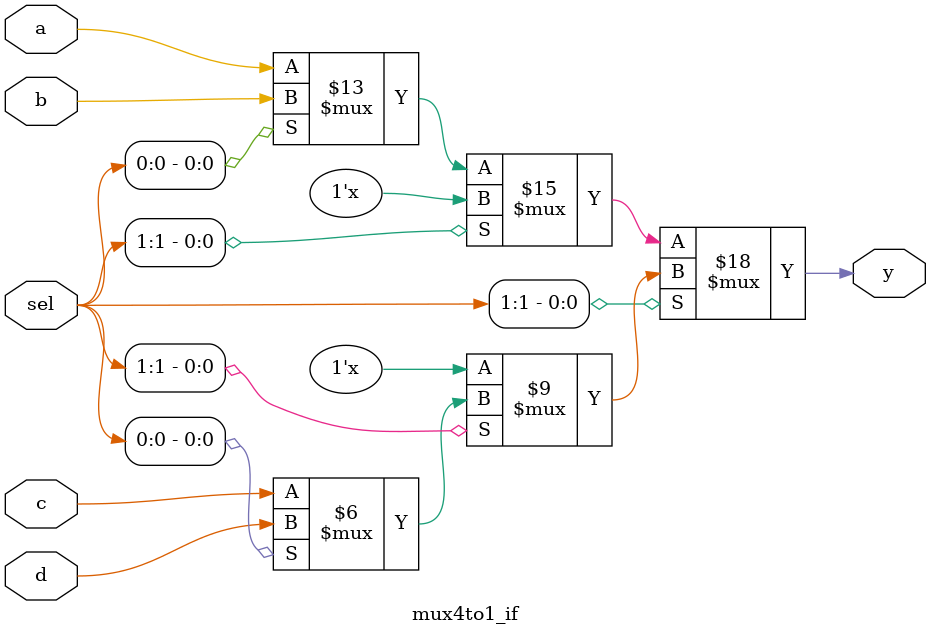
<source format=v>
module mux4to1_if (
	input  wire a,
	input  wire b,
	input  wire c,
	input  wire d,
	input  wire [1:0] sel,
	output reg  y
);
	always @(*) begin
		if (sel[1] == 1'b0) begin
			if (sel[0] == 1'b0)
				y = a;
			else
				y = b;
		end
		else begin
         
			if (sel[0] == 1'b0)
				y = c;   
          		else
				y = d;   
		end
	end
endmodule


</source>
